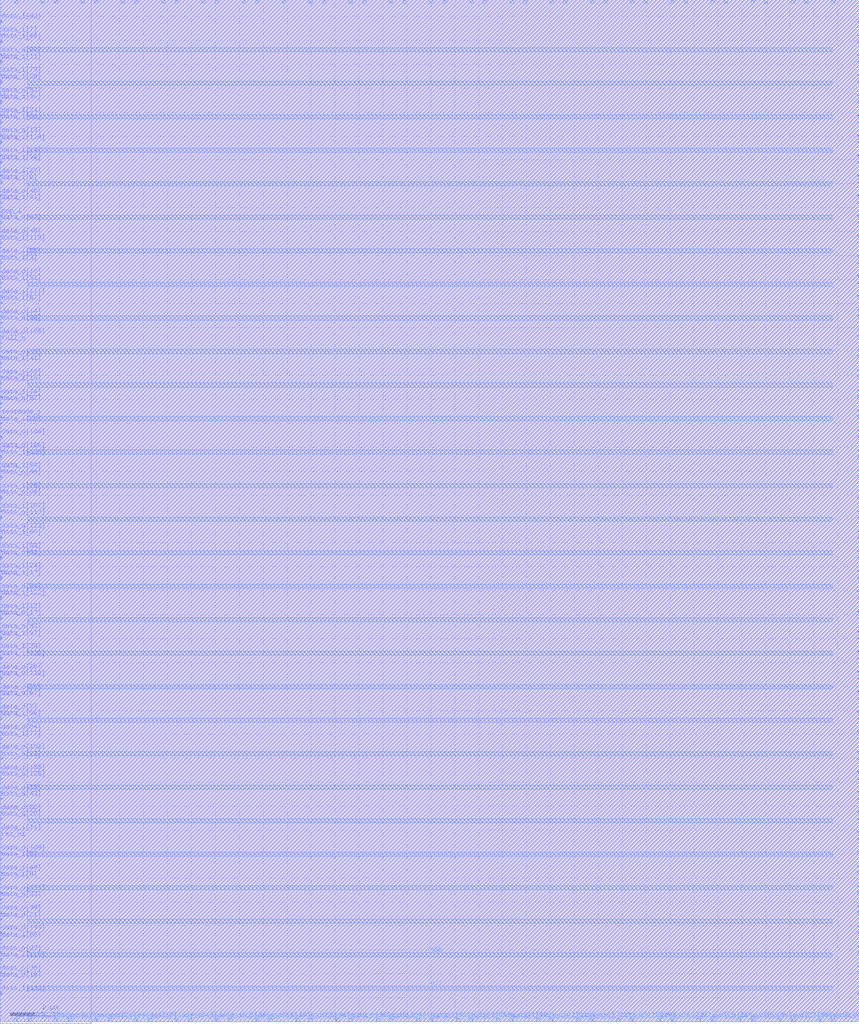
<source format=lef>
VERSION 5.8 ;
BUSBITCHARS "[]" ;
DIVIDERCHAR "/" ;
UNITS
    DATABASE MICRONS 2000 ;
END UNITS

MACRO fifo_v3_1
  FOREIGN fifo_v3_1 0 0 ;
  CLASS BLOCK ;
  SIZE 35.905 BY 42.685 ;
  PIN VSS
    USE GROUND ;
    DIRECTION INOUT ;
    PORT
      LAYER metal4 ;
        RECT  1.14 40.515 34.77 40.685 ;
        RECT  1.14 37.715 34.77 37.885 ;
        RECT  1.14 34.915 34.77 35.085 ;
        RECT  1.14 32.115 34.77 32.285 ;
        RECT  1.14 29.315 34.77 29.485 ;
        RECT  1.14 26.515 34.77 26.685 ;
        RECT  1.14 23.715 34.77 23.885 ;
        RECT  1.14 20.915 34.77 21.085 ;
        RECT  1.14 18.115 34.77 18.285 ;
        RECT  1.14 15.315 34.77 15.485 ;
        RECT  1.14 12.515 34.77 12.685 ;
        RECT  1.14 9.715 34.77 9.885 ;
        RECT  1.14 6.915 34.77 7.085 ;
        RECT  1.14 4.115 34.77 4.285 ;
        RECT  1.14 1.315 34.77 1.485 ;
    END
  END VSS
  PIN VDD
    USE POWER ;
    DIRECTION INOUT ;
    PORT
      LAYER metal4 ;
        RECT  1.14 39.115 34.77 39.285 ;
        RECT  1.14 36.315 34.77 36.485 ;
        RECT  1.14 33.515 34.77 33.685 ;
        RECT  1.14 30.715 34.77 30.885 ;
        RECT  1.14 27.915 34.77 28.085 ;
        RECT  1.14 25.115 34.77 25.285 ;
        RECT  1.14 22.315 34.77 22.485 ;
        RECT  1.14 19.515 34.77 19.685 ;
        RECT  1.14 16.715 34.77 16.885 ;
        RECT  1.14 13.915 34.77 14.085 ;
        RECT  1.14 11.115 34.77 11.285 ;
        RECT  1.14 8.315 34.77 8.485 ;
        RECT  1.14 5.515 34.77 5.685 ;
        RECT  1.14 2.715 34.77 2.885 ;
    END
  END VDD
  PIN clk_i
    DIRECTION INPUT ;
    USE SIGNAL ;
    PORT
      LAYER metal4 ;
        RECT  5.065 42.545 5.205 42.685 ;
    END
  END clk_i
  PIN data_i[0]
    DIRECTION INPUT ;
    USE SIGNAL ;
    PORT
      LAYER metal3 ;
        RECT  0 35.035 0.07 35.105 ;
    END
  END data_i[0]
  PIN data_i[100]
    DIRECTION INPUT ;
    USE SIGNAL ;
    PORT
      LAYER metal3 ;
        RECT  35.835 21.315 35.905 21.385 ;
    END
  END data_i[100]
  PIN data_i[101]
    DIRECTION INPUT ;
    USE SIGNAL ;
    PORT
      LAYER metal4 ;
        RECT  0.585 42.545 0.725 42.685 ;
    END
  END data_i[101]
  PIN data_i[102]
    DIRECTION INPUT ;
    USE SIGNAL ;
    PORT
      LAYER metal3 ;
        RECT  35.835 6.475 35.905 6.545 ;
    END
  END data_i[102]
  PIN data_i[103]
    DIRECTION INPUT ;
    USE SIGNAL ;
    PORT
      LAYER metal3 ;
        RECT  35.835 15.995 35.905 16.065 ;
    END
  END data_i[103]
  PIN data_i[104]
    DIRECTION INPUT ;
    USE SIGNAL ;
    PORT
      LAYER metal3 ;
        RECT  35.835 8.715 35.905 8.785 ;
    END
  END data_i[104]
  PIN data_i[105]
    DIRECTION INPUT ;
    USE SIGNAL ;
    PORT
      LAYER metal3 ;
        RECT  35.835 28.875 35.905 28.945 ;
    END
  END data_i[105]
  PIN data_i[106]
    DIRECTION INPUT ;
    USE SIGNAL ;
    PORT
      LAYER metal4 ;
        RECT  33.065 42.545 33.205 42.685 ;
    END
  END data_i[106]
  PIN data_i[107]
    DIRECTION INPUT ;
    USE SIGNAL ;
    PORT
      LAYER metal3 ;
        RECT  0 21.315 0.07 21.385 ;
    END
  END data_i[107]
  PIN data_i[108]
    DIRECTION INPUT ;
    USE SIGNAL ;
    PORT
      LAYER metal3 ;
        RECT  35.835 10.395 35.905 10.465 ;
    END
  END data_i[108]
  PIN data_i[109]
    DIRECTION INPUT ;
    USE SIGNAL ;
    PORT
      LAYER metal3 ;
        RECT  35.835 5.355 35.905 5.425 ;
    END
  END data_i[109]
  PIN data_i[10]
    DIRECTION INPUT ;
    USE SIGNAL ;
    PORT
      LAYER metal3 ;
        RECT  0 26.635 0.07 26.705 ;
    END
  END data_i[10]
  PIN data_i[110]
    DIRECTION INPUT ;
    USE SIGNAL ;
    PORT
      LAYER metal3 ;
        RECT  0 2.555 0.07 2.625 ;
    END
  END data_i[110]
  PIN data_i[111]
    DIRECTION INPUT ;
    USE SIGNAL ;
    PORT
      LAYER metal3 ;
        RECT  0 30.275 0.07 30.345 ;
    END
  END data_i[111]
  PIN data_i[112]
    DIRECTION INPUT ;
    USE SIGNAL ;
    PORT
      LAYER metal4 ;
        RECT  17.945 42.545 18.085 42.685 ;
    END
  END data_i[112]
  PIN data_i[113]
    DIRECTION INPUT ;
    USE SIGNAL ;
    PORT
      LAYER metal3 ;
        RECT  35.835 29.715 35.905 29.785 ;
    END
  END data_i[113]
  PIN data_i[114]
    DIRECTION INPUT ;
    USE SIGNAL ;
    PORT
      LAYER metal4 ;
        RECT  22.985 0 23.125 0.14 ;
    END
  END data_i[114]
  PIN data_i[115]
    DIRECTION INPUT ;
    USE SIGNAL ;
    PORT
      LAYER metal3 ;
        RECT  35.835 34.195 35.905 34.265 ;
    END
  END data_i[115]
  PIN data_i[116]
    DIRECTION INPUT ;
    USE SIGNAL ;
    PORT
      LAYER metal4 ;
        RECT  25.785 0 25.925 0.14 ;
    END
  END data_i[116]
  PIN data_i[117]
    DIRECTION INPUT ;
    USE SIGNAL ;
    PORT
      LAYER metal3 ;
        RECT  35.835 37.835 35.905 37.905 ;
    END
  END data_i[117]
  PIN data_i[118]
    DIRECTION INPUT ;
    USE SIGNAL ;
    PORT
      LAYER metal4 ;
        RECT  10.105 42.545 10.245 42.685 ;
    END
  END data_i[118]
  PIN data_i[119]
    DIRECTION INPUT ;
    USE SIGNAL ;
    PORT
      LAYER metal3 ;
        RECT  0 32.515 0.07 32.585 ;
    END
  END data_i[119]
  PIN data_i[11]
    DIRECTION INPUT ;
    USE SIGNAL ;
    PORT
      LAYER metal3 ;
        RECT  0 40.075 0.07 40.145 ;
    END
  END data_i[11]
  PIN data_i[120]
    DIRECTION INPUT ;
    USE SIGNAL ;
    PORT
      LAYER metal3 ;
        RECT  0 15.155 0.07 15.225 ;
    END
  END data_i[120]
  PIN data_i[121]
    DIRECTION INPUT ;
    USE SIGNAL ;
    PORT
      LAYER metal3 ;
        RECT  35.835 39.235 35.905 39.305 ;
    END
  END data_i[121]
  PIN data_i[122]
    DIRECTION INPUT ;
    USE SIGNAL ;
    PORT
      LAYER metal3 ;
        RECT  0 17.675 0.07 17.745 ;
    END
  END data_i[122]
  PIN data_i[123]
    DIRECTION INPUT ;
    USE SIGNAL ;
    PORT
      LAYER metal4 ;
        RECT  15.705 0 15.845 0.14 ;
    END
  END data_i[123]
  PIN data_i[124]
    DIRECTION INPUT ;
    USE SIGNAL ;
    PORT
      LAYER metal3 ;
        RECT  0 36.715 0.07 36.785 ;
    END
  END data_i[124]
  PIN data_i[125]
    DIRECTION INPUT ;
    USE SIGNAL ;
    PORT
      LAYER metal3 ;
        RECT  35.835 19.635 35.905 19.705 ;
    END
  END data_i[125]
  PIN data_i[126]
    DIRECTION INPUT ;
    USE SIGNAL ;
    PORT
      LAYER metal3 ;
        RECT  0 23.555 0.07 23.625 ;
    END
  END data_i[126]
  PIN data_i[127]
    DIRECTION INPUT ;
    USE SIGNAL ;
    PORT
      LAYER metal3 ;
        RECT  35.835 31.955 35.905 32.025 ;
    END
  END data_i[127]
  PIN data_i[128]
    DIRECTION INPUT ;
    USE SIGNAL ;
    PORT
      LAYER metal3 ;
        RECT  35.835 30.275 35.905 30.345 ;
    END
  END data_i[128]
  PIN data_i[129]
    DIRECTION INPUT ;
    USE SIGNAL ;
    PORT
      LAYER metal3 ;
        RECT  35.835 24.395 35.905 24.465 ;
    END
  END data_i[129]
  PIN data_i[12]
    DIRECTION INPUT ;
    USE SIGNAL ;
    PORT
      LAYER metal3 ;
        RECT  0 17.115 0.07 17.185 ;
    END
  END data_i[12]
  PIN data_i[130]
    DIRECTION INPUT ;
    USE SIGNAL ;
    PORT
      LAYER metal3 ;
        RECT  35.835 41.755 35.905 41.825 ;
    END
  END data_i[130]
  PIN data_i[131]
    DIRECTION INPUT ;
    USE SIGNAL ;
    PORT
      LAYER metal4 ;
        RECT  24.665 0 24.805 0.14 ;
    END
  END data_i[131]
  PIN data_i[132]
    DIRECTION INPUT ;
    USE SIGNAL ;
    PORT
      LAYER metal3 ;
        RECT  0 1.155 0.07 1.225 ;
    END
  END data_i[132]
  PIN data_i[133]
    DIRECTION INPUT ;
    USE SIGNAL ;
    PORT
      LAYER metal3 ;
        RECT  0 10.395 0.07 10.465 ;
    END
  END data_i[133]
  PIN data_i[13]
    DIRECTION INPUT ;
    USE SIGNAL ;
    PORT
      LAYER metal3 ;
        RECT  35.835 14.315 35.905 14.385 ;
    END
  END data_i[13]
  PIN data_i[14]
    DIRECTION INPUT ;
    USE SIGNAL ;
    PORT
      LAYER metal3 ;
        RECT  0 36.155 0.07 36.225 ;
    END
  END data_i[14]
  PIN data_i[15]
    DIRECTION INPUT ;
    USE SIGNAL ;
    PORT
      LAYER metal4 ;
        RECT  14.585 0 14.725 0.14 ;
    END
  END data_i[15]
  PIN data_i[16]
    DIRECTION INPUT ;
    USE SIGNAL ;
    PORT
      LAYER metal4 ;
        RECT  12.905 42.545 13.045 42.685 ;
    END
  END data_i[16]
  PIN data_i[17]
    DIRECTION INPUT ;
    USE SIGNAL ;
    PORT
      LAYER metal3 ;
        RECT  0 18.515 0.07 18.585 ;
    END
  END data_i[17]
  PIN data_i[18]
    DIRECTION INPUT ;
    USE SIGNAL ;
    PORT
      LAYER metal4 ;
        RECT  23.545 42.545 23.685 42.685 ;
    END
  END data_i[18]
  PIN data_i[19]
    DIRECTION INPUT ;
    USE SIGNAL ;
    PORT
      LAYER metal4 ;
        RECT  21.305 42.545 21.445 42.685 ;
    END
  END data_i[19]
  PIN data_i[1]
    DIRECTION INPUT ;
    USE SIGNAL ;
    PORT
      LAYER metal4 ;
        RECT  31.945 42.545 32.085 42.685 ;
    END
  END data_i[1]
  PIN data_i[20]
    DIRECTION INPUT ;
    USE SIGNAL ;
    PORT
      LAYER metal4 ;
        RECT  2.265 42.545 2.405 42.685 ;
    END
  END data_i[20]
  PIN data_i[21]
    DIRECTION INPUT ;
    USE SIGNAL ;
    PORT
      LAYER metal4 ;
        RECT  6.745 42.545 6.885 42.685 ;
    END
  END data_i[21]
  PIN data_i[22]
    DIRECTION INPUT ;
    USE SIGNAL ;
    PORT
      LAYER metal4 ;
        RECT  13.465 42.545 13.605 42.685 ;
    END
  END data_i[22]
  PIN data_i[23]
    DIRECTION INPUT ;
    USE SIGNAL ;
    PORT
      LAYER metal4 ;
        RECT  3.945 42.545 4.085 42.685 ;
    END
  END data_i[23]
  PIN data_i[24]
    DIRECTION INPUT ;
    USE SIGNAL ;
    PORT
      LAYER metal3 ;
        RECT  0 18.795 0.07 18.865 ;
    END
  END data_i[24]
  PIN data_i[25]
    DIRECTION INPUT ;
    USE SIGNAL ;
    PORT
      LAYER metal3 ;
        RECT  35.835 3.955 35.905 4.025 ;
    END
  END data_i[25]
  PIN data_i[26]
    DIRECTION INPUT ;
    USE SIGNAL ;
    PORT
      LAYER metal3 ;
        RECT  0 39.235 0.07 39.305 ;
    END
  END data_i[26]
  PIN data_i[27]
    DIRECTION INPUT ;
    USE SIGNAL ;
    PORT
      LAYER metal3 ;
        RECT  0 35.315 0.07 35.385 ;
    END
  END data_i[27]
  PIN data_i[28]
    DIRECTION INPUT ;
    USE SIGNAL ;
    PORT
      LAYER metal4 ;
        RECT  32.505 0 32.645 0.14 ;
    END
  END data_i[28]
  PIN data_i[29]
    DIRECTION INPUT ;
    USE SIGNAL ;
    PORT
      LAYER metal3 ;
        RECT  0 15.435 0.07 15.505 ;
    END
  END data_i[29]
  PIN data_i[2]
    DIRECTION INPUT ;
    USE SIGNAL ;
    PORT
      LAYER metal3 ;
        RECT  35.835 10.115 35.905 10.185 ;
    END
  END data_i[2]
  PIN data_i[30]
    DIRECTION INPUT ;
    USE SIGNAL ;
    PORT
      LAYER metal4 ;
        RECT  3.945 0 4.085 0.14 ;
    END
  END data_i[30]
  PIN data_i[31]
    DIRECTION INPUT ;
    USE SIGNAL ;
    PORT
      LAYER metal3 ;
        RECT  35.835 36.155 35.905 36.225 ;
    END
  END data_i[31]
  PIN data_i[32]
    DIRECTION INPUT ;
    USE SIGNAL ;
    PORT
      LAYER metal3 ;
        RECT  35.835 33.355 35.905 33.425 ;
    END
  END data_i[32]
  PIN data_i[33]
    DIRECTION INPUT ;
    USE SIGNAL ;
    PORT
      LAYER metal4 ;
        RECT  10.665 0 10.805 0.14 ;
    END
  END data_i[33]
  PIN data_i[34]
    DIRECTION INPUT ;
    USE SIGNAL ;
    PORT
      LAYER metal3 ;
        RECT  0 37.835 0.07 37.905 ;
    END
  END data_i[34]
  PIN data_i[35]
    DIRECTION INPUT ;
    USE SIGNAL ;
    PORT
      LAYER metal3 ;
        RECT  0 24.955 0.07 25.025 ;
    END
  END data_i[35]
  PIN data_i[36]
    DIRECTION INPUT ;
    USE SIGNAL ;
    PORT
      LAYER metal3 ;
        RECT  35.835 40.075 35.905 40.145 ;
    END
  END data_i[36]
  PIN data_i[37]
    DIRECTION INPUT ;
    USE SIGNAL ;
    PORT
      LAYER metal4 ;
        RECT  8.985 42.545 9.125 42.685 ;
    END
  END data_i[37]
  PIN data_i[38]
    DIRECTION INPUT ;
    USE SIGNAL ;
    PORT
      LAYER metal4 ;
        RECT  14.025 0 14.165 0.14 ;
    END
  END data_i[38]
  PIN data_i[39]
    DIRECTION INPUT ;
    USE SIGNAL ;
    PORT
      LAYER metal3 ;
        RECT  35.835 17.675 35.905 17.745 ;
    END
  END data_i[39]
  PIN data_i[3]
    DIRECTION INPUT ;
    USE SIGNAL ;
    PORT
      LAYER metal3 ;
        RECT  0 31.675 0.07 31.745 ;
    END
  END data_i[3]
  PIN data_i[40]
    DIRECTION INPUT ;
    USE SIGNAL ;
    PORT
      LAYER metal3 ;
        RECT  0 38.395 0.07 38.465 ;
    END
  END data_i[40]
  PIN data_i[41]
    DIRECTION INPUT ;
    USE SIGNAL ;
    PORT
      LAYER metal3 ;
        RECT  0 27.475 0.07 27.545 ;
    END
  END data_i[41]
  PIN data_i[42]
    DIRECTION INPUT ;
    USE SIGNAL ;
    PORT
      LAYER metal3 ;
        RECT  35.835 29.435 35.905 29.505 ;
    END
  END data_i[42]
  PIN data_i[43]
    DIRECTION INPUT ;
    USE SIGNAL ;
    PORT
      LAYER metal3 ;
        RECT  0 34.195 0.07 34.265 ;
    END
  END data_i[43]
  PIN data_i[44]
    DIRECTION INPUT ;
    USE SIGNAL ;
    PORT
      LAYER metal3 ;
        RECT  0 40.915 0.07 40.985 ;
    END
  END data_i[44]
  PIN data_i[45]
    DIRECTION INPUT ;
    USE SIGNAL ;
    PORT
      LAYER metal3 ;
        RECT  35.835 3.115 35.905 3.185 ;
    END
  END data_i[45]
  PIN data_i[46]
    DIRECTION INPUT ;
    USE SIGNAL ;
    PORT
      LAYER metal3 ;
        RECT  35.835 20.475 35.905 20.545 ;
    END
  END data_i[46]
  PIN data_i[47]
    DIRECTION INPUT ;
    USE SIGNAL ;
    PORT
      LAYER metal3 ;
        RECT  35.835 17.115 35.905 17.185 ;
    END
  END data_i[47]
  PIN data_i[48]
    DIRECTION INPUT ;
    USE SIGNAL ;
    PORT
      LAYER metal3 ;
        RECT  0 6.195 0.07 6.265 ;
    END
  END data_i[48]
  PIN data_i[49]
    DIRECTION INPUT ;
    USE SIGNAL ;
    PORT
      LAYER metal4 ;
        RECT  7.305 0 7.445 0.14 ;
    END
  END data_i[49]
  PIN data_i[4]
    DIRECTION INPUT ;
    USE SIGNAL ;
    PORT
      LAYER metal3 ;
        RECT  35.835 17.955 35.905 18.025 ;
    END
  END data_i[4]
  PIN data_i[50]
    DIRECTION INPUT ;
    USE SIGNAL ;
    PORT
      LAYER metal3 ;
        RECT  0 20.195 0.07 20.265 ;
    END
  END data_i[50]
  PIN data_i[51]
    DIRECTION INPUT ;
    USE SIGNAL ;
    PORT
      LAYER metal3 ;
        RECT  0 30.835 0.07 30.905 ;
    END
  END data_i[51]
  PIN data_i[52]
    DIRECTION INPUT ;
    USE SIGNAL ;
    PORT
      LAYER metal4 ;
        RECT  29.705 0 29.845 0.14 ;
    END
  END data_i[52]
  PIN data_i[53]
    DIRECTION INPUT ;
    USE SIGNAL ;
    PORT
      LAYER metal3 ;
        RECT  35.835 8.435 35.905 8.505 ;
    END
  END data_i[53]
  PIN data_i[54]
    DIRECTION INPUT ;
    USE SIGNAL ;
    PORT
      LAYER metal3 ;
        RECT  0 22.995 0.07 23.065 ;
    END
  END data_i[54]
  PIN data_i[55]
    DIRECTION INPUT ;
    USE SIGNAL ;
    PORT
      LAYER metal3 ;
        RECT  0 31.955 0.07 32.025 ;
    END
  END data_i[55]
  PIN data_i[56]
    DIRECTION INPUT ;
    USE SIGNAL ;
    PORT
      LAYER metal4 ;
        RECT  31.385 42.545 31.525 42.685 ;
    END
  END data_i[56]
  PIN data_i[57]
    DIRECTION INPUT ;
    USE SIGNAL ;
    PORT
      LAYER metal4 ;
        RECT  19.065 0 19.205 0.14 ;
    END
  END data_i[57]
  PIN data_i[58]
    DIRECTION INPUT ;
    USE SIGNAL ;
    PORT
      LAYER metal3 ;
        RECT  0 19.635 0.07 19.705 ;
    END
  END data_i[58]
  PIN data_i[59]
    DIRECTION INPUT ;
    USE SIGNAL ;
    PORT
      LAYER metal4 ;
        RECT  17.945 0 18.085 0.14 ;
    END
  END data_i[59]
  PIN data_i[5]
    DIRECTION INPUT ;
    USE SIGNAL ;
    PORT
      LAYER metal3 ;
        RECT  0 6.755 0.07 6.825 ;
    END
  END data_i[5]
  PIN data_i[60]
    DIRECTION INPUT ;
    USE SIGNAL ;
    PORT
      LAYER metal3 ;
        RECT  35.835 11.235 35.905 11.305 ;
    END
  END data_i[60]
  PIN data_i[61]
    DIRECTION INPUT ;
    USE SIGNAL ;
    PORT
      LAYER metal3 ;
        RECT  35.835 40.915 35.905 40.985 ;
    END
  END data_i[61]
  PIN data_i[62]
    DIRECTION INPUT ;
    USE SIGNAL ;
    PORT
      LAYER metal3 ;
        RECT  0 26.915 0.07 26.985 ;
    END
  END data_i[62]
  PIN data_i[63]
    DIRECTION INPUT ;
    USE SIGNAL ;
    PORT
      LAYER metal4 ;
        RECT  3.385 42.545 3.525 42.685 ;
    END
  END data_i[63]
  PIN data_i[64]
    DIRECTION INPUT ;
    USE SIGNAL ;
    PORT
      LAYER metal4 ;
        RECT  14.585 42.545 14.725 42.685 ;
    END
  END data_i[64]
  PIN data_i[65]
    DIRECTION INPUT ;
    USE SIGNAL ;
    PORT
      LAYER metal4 ;
        RECT  9.545 0 9.685 0.14 ;
    END
  END data_i[65]
  PIN data_i[66]
    DIRECTION INPUT ;
    USE SIGNAL ;
    PORT
      LAYER metal3 ;
        RECT  35.835 30.835 35.905 30.905 ;
    END
  END data_i[66]
  PIN data_i[67]
    DIRECTION INPUT ;
    USE SIGNAL ;
    PORT
      LAYER metal3 ;
        RECT  0 29.995 0.07 30.065 ;
    END
  END data_i[67]
  PIN data_i[68]
    DIRECTION INPUT ;
    USE SIGNAL ;
    PORT
      LAYER metal3 ;
        RECT  35.835 7.035 35.905 7.105 ;
    END
  END data_i[68]
  PIN data_i[69]
    DIRECTION INPUT ;
    USE SIGNAL ;
    PORT
      LAYER metal4 ;
        RECT  28.025 42.545 28.165 42.685 ;
    END
  END data_i[69]
  PIN data_i[6]
    DIRECTION INPUT ;
    USE SIGNAL ;
    PORT
      LAYER metal4 ;
        RECT  24.105 0 24.245 0.14 ;
    END
  END data_i[6]
  PIN data_i[70]
    DIRECTION INPUT ;
    USE SIGNAL ;
    PORT
      LAYER metal3 ;
        RECT  35.835 10.955 35.905 11.025 ;
    END
  END data_i[70]
  PIN data_i[71]
    DIRECTION INPUT ;
    USE SIGNAL ;
    PORT
      LAYER metal3 ;
        RECT  0 7.875 0.07 7.945 ;
    END
  END data_i[71]
  PIN data_i[72]
    DIRECTION INPUT ;
    USE SIGNAL ;
    PORT
      LAYER metal3 ;
        RECT  35.835 15.435 35.905 15.505 ;
    END
  END data_i[72]
  PIN data_i[73]
    DIRECTION INPUT ;
    USE SIGNAL ;
    PORT
      LAYER metal3 ;
        RECT  35.835 12.915 35.905 12.985 ;
    END
  END data_i[73]
  PIN data_i[74]
    DIRECTION INPUT ;
    USE SIGNAL ;
    PORT
      LAYER metal3 ;
        RECT  0 26.075 0.07 26.145 ;
    END
  END data_i[74]
  PIN data_i[75]
    DIRECTION INPUT ;
    USE SIGNAL ;
    PORT
      LAYER metal3 ;
        RECT  35.835 13.755 35.905 13.825 ;
    END
  END data_i[75]
  PIN data_i[76]
    DIRECTION INPUT ;
    USE SIGNAL ;
    PORT
      LAYER metal3 ;
        RECT  0 22.155 0.07 22.225 ;
    END
  END data_i[76]
  PIN data_i[77]
    DIRECTION INPUT ;
    USE SIGNAL ;
    PORT
      LAYER metal3 ;
        RECT  0 11.795 0.07 11.865 ;
    END
  END data_i[77]
  PIN data_i[78]
    DIRECTION INPUT ;
    USE SIGNAL ;
    PORT
      LAYER metal4 ;
        RECT  16.825 42.545 16.965 42.685 ;
    END
  END data_i[78]
  PIN data_i[79]
    DIRECTION INPUT ;
    USE SIGNAL ;
    PORT
      LAYER metal3 ;
        RECT  0 39.515 0.07 39.585 ;
    END
  END data_i[79]
  PIN data_i[7]
    DIRECTION INPUT ;
    USE SIGNAL ;
    PORT
      LAYER metal3 ;
        RECT  0 41.195 0.07 41.265 ;
    END
  END data_i[7]
  PIN data_i[80]
    DIRECTION INPUT ;
    USE SIGNAL ;
    PORT
      LAYER metal4 ;
        RECT  18.505 42.545 18.645 42.685 ;
    END
  END data_i[80]
  PIN data_i[81]
    DIRECTION INPUT ;
    USE SIGNAL ;
    PORT
      LAYER metal3 ;
        RECT  35.835 13.475 35.905 13.545 ;
    END
  END data_i[81]
  PIN data_i[82]
    DIRECTION INPUT ;
    USE SIGNAL ;
    PORT
      LAYER metal3 ;
        RECT  0 41.755 0.07 41.825 ;
    END
  END data_i[82]
  PIN data_i[83]
    DIRECTION INPUT ;
    USE SIGNAL ;
    PORT
      LAYER metal3 ;
        RECT  35.835 25.515 35.905 25.585 ;
    END
  END data_i[83]
  PIN data_i[84]
    DIRECTION INPUT ;
    USE SIGNAL ;
    PORT
      LAYER metal3 ;
        RECT  35.835 28.595 35.905 28.665 ;
    END
  END data_i[84]
  PIN data_i[85]
    DIRECTION INPUT ;
    USE SIGNAL ;
    PORT
      LAYER metal3 ;
        RECT  0 3.395 0.07 3.465 ;
    END
  END data_i[85]
  PIN data_i[86]
    DIRECTION INPUT ;
    USE SIGNAL ;
    PORT
      LAYER metal3 ;
        RECT  0 37.555 0.07 37.625 ;
    END
  END data_i[86]
  PIN data_i[87]
    DIRECTION INPUT ;
    USE SIGNAL ;
    PORT
      LAYER metal3 ;
        RECT  35.835 1.435 35.905 1.505 ;
    END
  END data_i[87]
  PIN data_i[88]
    DIRECTION INPUT ;
    USE SIGNAL ;
    PORT
      LAYER metal3 ;
        RECT  35.835 31.115 35.905 31.185 ;
    END
  END data_i[88]
  PIN data_i[89]
    DIRECTION INPUT ;
    USE SIGNAL ;
    PORT
      LAYER metal4 ;
        RECT  7.865 0 8.005 0.14 ;
    END
  END data_i[89]
  PIN data_i[8]
    DIRECTION INPUT ;
    USE SIGNAL ;
    PORT
      LAYER metal3 ;
        RECT  35.835 15.155 35.905 15.225 ;
    END
  END data_i[8]
  PIN data_i[90]
    DIRECTION INPUT ;
    USE SIGNAL ;
    PORT
      LAYER metal3 ;
        RECT  0 35.875 0.07 35.945 ;
    END
  END data_i[90]
  PIN data_i[91]
    DIRECTION INPUT ;
    USE SIGNAL ;
    PORT
      LAYER metal3 ;
        RECT  35.835 25.235 35.905 25.305 ;
    END
  END data_i[91]
  PIN data_i[92]
    DIRECTION INPUT ;
    USE SIGNAL ;
    PORT
      LAYER metal3 ;
        RECT  35.835 22.155 35.905 22.225 ;
    END
  END data_i[92]
  PIN data_i[93]
    DIRECTION INPUT ;
    USE SIGNAL ;
    PORT
      LAYER metal3 ;
        RECT  35.835 37.555 35.905 37.625 ;
    END
  END data_i[93]
  PIN data_i[94]
    DIRECTION INPUT ;
    USE SIGNAL ;
    PORT
      LAYER metal3 ;
        RECT  35.835 21.875 35.905 21.945 ;
    END
  END data_i[94]
  PIN data_i[95]
    DIRECTION INPUT ;
    USE SIGNAL ;
    PORT
      LAYER metal4 ;
        RECT  21.305 0 21.445 0.14 ;
    END
  END data_i[95]
  PIN data_i[96]
    DIRECTION INPUT ;
    USE SIGNAL ;
    PORT
      LAYER metal3 ;
        RECT  35.835 28.035 35.905 28.105 ;
    END
  END data_i[96]
  PIN data_i[97]
    DIRECTION INPUT ;
    USE SIGNAL ;
    PORT
      LAYER metal3 ;
        RECT  0 15.995 0.07 16.065 ;
    END
  END data_i[97]
  PIN data_i[98]
    DIRECTION INPUT ;
    USE SIGNAL ;
    PORT
      LAYER metal3 ;
        RECT  0 12.635 0.07 12.705 ;
    END
  END data_i[98]
  PIN data_i[99]
    DIRECTION INPUT ;
    USE SIGNAL ;
    PORT
      LAYER metal4 ;
        RECT  33.065 0 33.205 0.14 ;
    END
  END data_i[99]
  PIN data_i[9]
    DIRECTION INPUT ;
    USE SIGNAL ;
    PORT
      LAYER metal3 ;
        RECT  0 5.915 0.07 5.985 ;
    END
  END data_i[9]
  PIN data_o[0]
    DIRECTION OUTPUT ;
    USE SIGNAL ;
    PORT
      LAYER metal4 ;
        RECT  25.225 42.545 25.365 42.685 ;
    END
  END data_o[0]
  PIN data_o[100]
    DIRECTION OUTPUT ;
    USE SIGNAL ;
    PORT
      LAYER metal3 ;
        RECT  35.835 27.755 35.905 27.825 ;
    END
  END data_o[100]
  PIN data_o[101]
    DIRECTION OUTPUT ;
    USE SIGNAL ;
    PORT
      LAYER metal3 ;
        RECT  35.835 7.875 35.905 7.945 ;
    END
  END data_o[101]
  PIN data_o[102]
    DIRECTION OUTPUT ;
    USE SIGNAL ;
    PORT
      LAYER metal3 ;
        RECT  0 11.235 0.07 11.305 ;
    END
  END data_o[102]
  PIN data_o[103]
    DIRECTION OUTPUT ;
    USE SIGNAL ;
    PORT
      LAYER metal3 ;
        RECT  0 28.595 0.07 28.665 ;
    END
  END data_o[103]
  PIN data_o[104]
    DIRECTION OUTPUT ;
    USE SIGNAL ;
    PORT
      LAYER metal3 ;
        RECT  0 24.395 0.07 24.465 ;
    END
  END data_o[104]
  PIN data_o[105]
    DIRECTION OUTPUT ;
    USE SIGNAL ;
    PORT
      LAYER metal4 ;
        RECT  19.625 0 19.765 0.14 ;
    END
  END data_o[105]
  PIN data_o[106]
    DIRECTION OUTPUT ;
    USE SIGNAL ;
    PORT
      LAYER metal3 ;
        RECT  0 23.835 0.07 23.905 ;
    END
  END data_o[106]
  PIN data_o[107]
    DIRECTION OUTPUT ;
    USE SIGNAL ;
    PORT
      LAYER metal4 ;
        RECT  21.865 42.545 22.005 42.685 ;
    END
  END data_o[107]
  PIN data_o[108]
    DIRECTION OUTPUT ;
    USE SIGNAL ;
    PORT
      LAYER metal3 ;
        RECT  0 7.035 0.07 7.105 ;
    END
  END data_o[108]
  PIN data_o[109]
    DIRECTION OUTPUT ;
    USE SIGNAL ;
    PORT
      LAYER metal4 ;
        RECT  34.185 0 34.325 0.14 ;
    END
  END data_o[109]
  PIN data_o[10]
    DIRECTION OUTPUT ;
    USE SIGNAL ;
    PORT
      LAYER metal3 ;
        RECT  0 31.115 0.07 31.185 ;
    END
  END data_o[10]
  PIN data_o[110]
    DIRECTION OUTPUT ;
    USE SIGNAL ;
    PORT
      LAYER metal3 ;
        RECT  0 14.315 0.07 14.385 ;
    END
  END data_o[110]
  PIN data_o[111]
    DIRECTION OUTPUT ;
    USE SIGNAL ;
    PORT
      LAYER metal3 ;
        RECT  0 5.355 0.07 5.425 ;
    END
  END data_o[111]
  PIN data_o[112]
    DIRECTION OUTPUT ;
    USE SIGNAL ;
    PORT
      LAYER metal4 ;
        RECT  30.265 42.545 30.405 42.685 ;
    END
  END data_o[112]
  PIN data_o[113]
    DIRECTION OUTPUT ;
    USE SIGNAL ;
    PORT
      LAYER metal3 ;
        RECT  0 21.035 0.07 21.105 ;
    END
  END data_o[113]
  PIN data_o[114]
    DIRECTION OUTPUT ;
    USE SIGNAL ;
    PORT
      LAYER metal3 ;
        RECT  35.835 21.035 35.905 21.105 ;
    END
  END data_o[114]
  PIN data_o[115]
    DIRECTION OUTPUT ;
    USE SIGNAL ;
    PORT
      LAYER metal3 ;
        RECT  35.835 36.715 35.905 36.785 ;
    END
  END data_o[115]
  PIN data_o[116]
    DIRECTION OUTPUT ;
    USE SIGNAL ;
    PORT
      LAYER metal3 ;
        RECT  35.835 18.515 35.905 18.585 ;
    END
  END data_o[116]
  PIN data_o[117]
    DIRECTION OUTPUT ;
    USE SIGNAL ;
    PORT
      LAYER metal3 ;
        RECT  35.835 1.155 35.905 1.225 ;
    END
  END data_o[117]
  PIN data_o[118]
    DIRECTION OUTPUT ;
    USE SIGNAL ;
    PORT
      LAYER metal3 ;
        RECT  35.835 32.515 35.905 32.585 ;
    END
  END data_o[118]
  PIN data_o[119]
    DIRECTION OUTPUT ;
    USE SIGNAL ;
    PORT
      LAYER metal3 ;
        RECT  35.835 9.275 35.905 9.345 ;
    END
  END data_o[119]
  PIN data_o[11]
    DIRECTION OUTPUT ;
    USE SIGNAL ;
    PORT
      LAYER metal3 ;
        RECT  35.835 39.515 35.905 39.585 ;
    END
  END data_o[11]
  PIN data_o[120]
    DIRECTION OUTPUT ;
    USE SIGNAL ;
    PORT
      LAYER metal3 ;
        RECT  35.835 4.795 35.905 4.865 ;
    END
  END data_o[120]
  PIN data_o[121]
    DIRECTION OUTPUT ;
    USE SIGNAL ;
    PORT
      LAYER metal4 ;
        RECT  11.785 42.545 11.925 42.685 ;
    END
  END data_o[121]
  PIN data_o[122]
    DIRECTION OUTPUT ;
    USE SIGNAL ;
    PORT
      LAYER metal4 ;
        RECT  6.185 0 6.325 0.14 ;
    END
  END data_o[122]
  PIN data_o[123]
    DIRECTION OUTPUT ;
    USE SIGNAL ;
    PORT
      LAYER metal3 ;
        RECT  0 20.475 0.07 20.545 ;
    END
  END data_o[123]
  PIN data_o[124]
    DIRECTION OUTPUT ;
    USE SIGNAL ;
    PORT
      LAYER metal4 ;
        RECT  26.345 0 26.485 0.14 ;
    END
  END data_o[124]
  PIN data_o[125]
    DIRECTION OUTPUT ;
    USE SIGNAL ;
    PORT
      LAYER metal3 ;
        RECT  35.835 22.715 35.905 22.785 ;
    END
  END data_o[125]
  PIN data_o[126]
    DIRECTION OUTPUT ;
    USE SIGNAL ;
    PORT
      LAYER metal3 ;
        RECT  0 10.115 0.07 10.185 ;
    END
  END data_o[126]
  PIN data_o[127]
    DIRECTION OUTPUT ;
    USE SIGNAL ;
    PORT
      LAYER metal3 ;
        RECT  35.835 6.195 35.905 6.265 ;
    END
  END data_o[127]
  PIN data_o[128]
    DIRECTION OUTPUT ;
    USE SIGNAL ;
    PORT
      LAYER metal4 ;
        RECT  8.425 42.545 8.565 42.685 ;
    END
  END data_o[128]
  PIN data_o[129]
    DIRECTION OUTPUT ;
    USE SIGNAL ;
    PORT
      LAYER metal3 ;
        RECT  35.835 35.035 35.905 35.105 ;
    END
  END data_o[129]
  PIN data_o[12]
    DIRECTION OUTPUT ;
    USE SIGNAL ;
    PORT
      LAYER metal3 ;
        RECT  35.835 26.075 35.905 26.145 ;
    END
  END data_o[12]
  PIN data_o[130]
    DIRECTION OUTPUT ;
    USE SIGNAL ;
    PORT
      LAYER metal4 ;
        RECT  19.625 42.545 19.765 42.685 ;
    END
  END data_o[130]
  PIN data_o[131]
    DIRECTION OUTPUT ;
    USE SIGNAL ;
    PORT
      LAYER metal4 ;
        RECT  22.985 42.545 23.125 42.685 ;
    END
  END data_o[131]
  PIN data_o[132]
    DIRECTION OUTPUT ;
    USE SIGNAL ;
    PORT
      LAYER metal3 ;
        RECT  35.835 11.795 35.905 11.865 ;
    END
  END data_o[132]
  PIN data_o[133]
    DIRECTION OUTPUT ;
    USE SIGNAL ;
    PORT
      LAYER metal3 ;
        RECT  0 3.675 0.07 3.745 ;
    END
  END data_o[133]
  PIN data_o[13]
    DIRECTION OUTPUT ;
    USE SIGNAL ;
    PORT
      LAYER metal3 ;
        RECT  0 10.955 0.07 11.025 ;
    END
  END data_o[13]
  PIN data_o[14]
    DIRECTION OUTPUT ;
    USE SIGNAL ;
    PORT
      LAYER metal3 ;
        RECT  0 29.435 0.07 29.505 ;
    END
  END data_o[14]
  PIN data_o[15]
    DIRECTION OUTPUT ;
    USE SIGNAL ;
    PORT
      LAYER metal4 ;
        RECT  26.905 42.545 27.045 42.685 ;
    END
  END data_o[15]
  PIN data_o[16]
    DIRECTION OUTPUT ;
    USE SIGNAL ;
    PORT
      LAYER metal4 ;
        RECT  7.305 42.545 7.445 42.685 ;
    END
  END data_o[16]
  PIN data_o[17]
    DIRECTION OUTPUT ;
    USE SIGNAL ;
    PORT
      LAYER metal3 ;
        RECT  0 16.835 0.07 16.905 ;
    END
  END data_o[17]
  PIN data_o[18]
    DIRECTION OUTPUT ;
    USE SIGNAL ;
    PORT
      LAYER metal3 ;
        RECT  0 36.995 0.07 37.065 ;
    END
  END data_o[18]
  PIN data_o[19]
    DIRECTION OUTPUT ;
    USE SIGNAL ;
    PORT
      LAYER metal3 ;
        RECT  0 1.715 0.07 1.785 ;
    END
  END data_o[19]
  PIN data_o[1]
    DIRECTION OUTPUT ;
    USE SIGNAL ;
    PORT
      LAYER metal3 ;
        RECT  35.835 24.675 35.905 24.745 ;
    END
  END data_o[1]
  PIN data_o[20]
    DIRECTION OUTPUT ;
    USE SIGNAL ;
    PORT
      LAYER metal3 ;
        RECT  0 8.435 0.07 8.505 ;
    END
  END data_o[20]
  PIN data_o[21]
    DIRECTION OUTPUT ;
    USE SIGNAL ;
    PORT
      LAYER metal3 ;
        RECT  35.835 23.555 35.905 23.625 ;
    END
  END data_o[21]
  PIN data_o[22]
    DIRECTION OUTPUT ;
    USE SIGNAL ;
    PORT
      LAYER metal3 ;
        RECT  35.835 16.275 35.905 16.345 ;
    END
  END data_o[22]
  PIN data_o[23]
    DIRECTION OUTPUT ;
    USE SIGNAL ;
    PORT
      LAYER metal3 ;
        RECT  35.835 7.595 35.905 7.665 ;
    END
  END data_o[23]
  PIN data_o[24]
    DIRECTION OUTPUT ;
    USE SIGNAL ;
    PORT
      LAYER metal4 ;
        RECT  33.625 42.545 33.765 42.685 ;
    END
  END data_o[24]
  PIN data_o[25]
    DIRECTION OUTPUT ;
    USE SIGNAL ;
    PORT
      LAYER metal3 ;
        RECT  35.835 35.315 35.905 35.385 ;
    END
  END data_o[25]
  PIN data_o[26]
    DIRECTION OUTPUT ;
    USE SIGNAL ;
    PORT
      LAYER metal4 ;
        RECT  29.145 0 29.285 0.14 ;
    END
  END data_o[26]
  PIN data_o[27]
    DIRECTION OUTPUT ;
    USE SIGNAL ;
    PORT
      LAYER metal3 ;
        RECT  0 2.835 0.07 2.905 ;
    END
  END data_o[27]
  PIN data_o[28]
    DIRECTION OUTPUT ;
    USE SIGNAL ;
    PORT
      LAYER metal3 ;
        RECT  0 14.595 0.07 14.665 ;
    END
  END data_o[28]
  PIN data_o[29]
    DIRECTION OUTPUT ;
    USE SIGNAL ;
    PORT
      LAYER metal4 ;
        RECT  5.625 42.545 5.765 42.685 ;
    END
  END data_o[29]
  PIN data_o[2]
    DIRECTION OUTPUT ;
    USE SIGNAL ;
    PORT
      LAYER metal4 ;
        RECT  28.025 0 28.165 0.14 ;
    END
  END data_o[2]
  PIN data_o[30]
    DIRECTION OUTPUT ;
    USE SIGNAL ;
    PORT
      LAYER metal4 ;
        RECT  5.625 0 5.765 0.14 ;
    END
  END data_o[30]
  PIN data_o[31]
    DIRECTION OUTPUT ;
    USE SIGNAL ;
    PORT
      LAYER metal3 ;
        RECT  0 4.235 0.07 4.305 ;
    END
  END data_o[31]
  PIN data_o[32]
    DIRECTION OUTPUT ;
    USE SIGNAL ;
    PORT
      LAYER metal3 ;
        RECT  0 27.755 0.07 27.825 ;
    END
  END data_o[32]
  PIN data_o[33]
    DIRECTION OUTPUT ;
    USE SIGNAL ;
    PORT
      LAYER metal3 ;
        RECT  0 5.075 0.07 5.145 ;
    END
  END data_o[33]
  PIN data_o[34]
    DIRECTION OUTPUT ;
    USE SIGNAL ;
    PORT
      LAYER metal4 ;
        RECT  20.745 0 20.885 0.14 ;
    END
  END data_o[34]
  PIN data_o[35]
    DIRECTION OUTPUT ;
    USE SIGNAL ;
    PORT
      LAYER metal3 ;
        RECT  35.835 40.355 35.905 40.425 ;
    END
  END data_o[35]
  PIN data_o[36]
    DIRECTION OUTPUT ;
    USE SIGNAL ;
    PORT
      LAYER metal3 ;
        RECT  0 1.995 0.07 2.065 ;
    END
  END data_o[36]
  PIN data_o[37]
    DIRECTION OUTPUT ;
    USE SIGNAL ;
    PORT
      LAYER metal3 ;
        RECT  35.835 3.675 35.905 3.745 ;
    END
  END data_o[37]
  PIN data_o[38]
    DIRECTION OUTPUT ;
    USE SIGNAL ;
    PORT
      LAYER metal3 ;
        RECT  35.835 41.195 35.905 41.265 ;
    END
  END data_o[38]
  PIN data_o[39]
    DIRECTION OUTPUT ;
    USE SIGNAL ;
    PORT
      LAYER metal3 ;
        RECT  35.835 2.835 35.905 2.905 ;
    END
  END data_o[39]
  PIN data_o[3]
    DIRECTION OUTPUT ;
    USE SIGNAL ;
    PORT
      LAYER metal4 ;
        RECT  16.265 0 16.405 0.14 ;
    END
  END data_o[3]
  PIN data_o[40]
    DIRECTION OUTPUT ;
    USE SIGNAL ;
    PORT
      LAYER metal4 ;
        RECT  2.825 0 2.965 0.14 ;
    END
  END data_o[40]
  PIN data_o[41]
    DIRECTION OUTPUT ;
    USE SIGNAL ;
    PORT
      LAYER metal3 ;
        RECT  35.835 9.555 35.905 9.625 ;
    END
  END data_o[41]
  PIN data_o[42]
    DIRECTION OUTPUT ;
    USE SIGNAL ;
    PORT
      LAYER metal3 ;
        RECT  35.835 16.835 35.905 16.905 ;
    END
  END data_o[42]
  PIN data_o[43]
    DIRECTION OUTPUT ;
    USE SIGNAL ;
    PORT
      LAYER metal3 ;
        RECT  0 9.275 0.07 9.345 ;
    END
  END data_o[43]
  PIN data_o[44]
    DIRECTION OUTPUT ;
    USE SIGNAL ;
    PORT
      LAYER metal3 ;
        RECT  35.835 32.795 35.905 32.865 ;
    END
  END data_o[44]
  PIN data_o[45]
    DIRECTION OUTPUT ;
    USE SIGNAL ;
    PORT
      LAYER metal3 ;
        RECT  0 32.795 0.07 32.865 ;
    END
  END data_o[45]
  PIN data_o[46]
    DIRECTION OUTPUT ;
    USE SIGNAL ;
    PORT
      LAYER metal3 ;
        RECT  0 34.475 0.07 34.545 ;
    END
  END data_o[46]
  PIN data_o[47]
    DIRECTION OUTPUT ;
    USE SIGNAL ;
    PORT
      LAYER metal3 ;
        RECT  0 33.355 0.07 33.425 ;
    END
  END data_o[47]
  PIN data_o[48]
    DIRECTION OUTPUT ;
    USE SIGNAL ;
    PORT
      LAYER metal4 ;
        RECT  2.265 0 2.405 0.14 ;
    END
  END data_o[48]
  PIN data_o[49]
    DIRECTION OUTPUT ;
    USE SIGNAL ;
    PORT
      LAYER metal4 ;
        RECT  11.225 0 11.365 0.14 ;
    END
  END data_o[49]
  PIN data_o[4]
    DIRECTION OUTPUT ;
    USE SIGNAL ;
    PORT
      LAYER metal3 ;
        RECT  35.835 23.835 35.905 23.905 ;
    END
  END data_o[4]
  PIN data_o[50]
    DIRECTION OUTPUT ;
    USE SIGNAL ;
    PORT
      LAYER metal4 ;
        RECT  30.825 0 30.965 0.14 ;
    END
  END data_o[50]
  PIN data_o[51]
    DIRECTION OUTPUT ;
    USE SIGNAL ;
    PORT
      LAYER metal4 ;
        RECT  28.585 42.545 28.725 42.685 ;
    END
  END data_o[51]
  PIN data_o[52]
    DIRECTION OUTPUT ;
    USE SIGNAL ;
    PORT
      LAYER metal3 ;
        RECT  35.835 38.675 35.905 38.745 ;
    END
  END data_o[52]
  PIN data_o[53]
    DIRECTION OUTPUT ;
    USE SIGNAL ;
    PORT
      LAYER metal3 ;
        RECT  0 38.675 0.07 38.745 ;
    END
  END data_o[53]
  PIN data_o[54]
    DIRECTION OUTPUT ;
    USE SIGNAL ;
    PORT
      LAYER metal3 ;
        RECT  0 19.355 0.07 19.425 ;
    END
  END data_o[54]
  PIN data_o[55]
    DIRECTION OUTPUT ;
    USE SIGNAL ;
    PORT
      LAYER metal3 ;
        RECT  35.835 26.355 35.905 26.425 ;
    END
  END data_o[55]
  PIN data_o[56]
    DIRECTION OUTPUT ;
    USE SIGNAL ;
    PORT
      LAYER metal3 ;
        RECT  35.835 38.395 35.905 38.465 ;
    END
  END data_o[56]
  PIN data_o[57]
    DIRECTION OUTPUT ;
    USE SIGNAL ;
    PORT
      LAYER metal3 ;
        RECT  0 25.795 0.07 25.865 ;
    END
  END data_o[57]
  PIN data_o[58]
    DIRECTION OUTPUT ;
    USE SIGNAL ;
    PORT
      LAYER metal3 ;
        RECT  35.835 31.675 35.905 31.745 ;
    END
  END data_o[58]
  PIN data_o[59]
    DIRECTION OUTPUT ;
    USE SIGNAL ;
    PORT
      LAYER metal3 ;
        RECT  35.835 19.355 35.905 19.425 ;
    END
  END data_o[59]
  PIN data_o[5]
    DIRECTION OUTPUT ;
    USE SIGNAL ;
    PORT
      LAYER metal3 ;
        RECT  35.835 1.995 35.905 2.065 ;
    END
  END data_o[5]
  PIN data_o[60]
    DIRECTION OUTPUT ;
    USE SIGNAL ;
    PORT
      LAYER metal4 ;
        RECT  34.745 42.545 34.885 42.685 ;
    END
  END data_o[60]
  PIN data_o[61]
    DIRECTION OUTPUT ;
    USE SIGNAL ;
    PORT
      LAYER metal4 ;
        RECT  1.705 42.545 1.845 42.685 ;
    END
  END data_o[61]
  PIN data_o[62]
    DIRECTION OUTPUT ;
    USE SIGNAL ;
    PORT
      LAYER metal4 ;
        RECT  17.385 0 17.525 0.14 ;
    END
  END data_o[62]
  PIN data_o[63]
    DIRECTION OUTPUT ;
    USE SIGNAL ;
    PORT
      LAYER metal3 ;
        RECT  0 16.275 0.07 16.345 ;
    END
  END data_o[63]
  PIN data_o[64]
    DIRECTION OUTPUT ;
    USE SIGNAL ;
    PORT
      LAYER metal3 ;
        RECT  0 12.075 0.07 12.145 ;
    END
  END data_o[64]
  PIN data_o[65]
    DIRECTION OUTPUT ;
    USE SIGNAL ;
    PORT
      LAYER metal3 ;
        RECT  35.835 18.795 35.905 18.865 ;
    END
  END data_o[65]
  PIN data_o[66]
    DIRECTION OUTPUT ;
    USE SIGNAL ;
    PORT
      LAYER metal3 ;
        RECT  0 22.715 0.07 22.785 ;
    END
  END data_o[66]
  PIN data_o[67]
    DIRECTION OUTPUT ;
    USE SIGNAL ;
    PORT
      LAYER metal3 ;
        RECT  35.835 12.075 35.905 12.145 ;
    END
  END data_o[67]
  PIN data_o[68]
    DIRECTION OUTPUT ;
    USE SIGNAL ;
    PORT
      LAYER metal4 ;
        RECT  8.985 0 9.125 0.14 ;
    END
  END data_o[68]
  PIN data_o[69]
    DIRECTION OUTPUT ;
    USE SIGNAL ;
    PORT
      LAYER metal4 ;
        RECT  27.465 0 27.605 0.14 ;
    END
  END data_o[69]
  PIN data_o[6]
    DIRECTION OUTPUT ;
    USE SIGNAL ;
    PORT
      LAYER metal3 ;
        RECT  35.835 22.995 35.905 23.065 ;
    END
  END data_o[6]
  PIN data_o[70]
    DIRECTION OUTPUT ;
    USE SIGNAL ;
    PORT
      LAYER metal4 ;
        RECT  29.705 42.545 29.845 42.685 ;
    END
  END data_o[70]
  PIN data_o[71]
    DIRECTION OUTPUT ;
    USE SIGNAL ;
    PORT
      LAYER metal3 ;
        RECT  35.835 35.875 35.905 35.945 ;
    END
  END data_o[71]
  PIN data_o[72]
    DIRECTION OUTPUT ;
    USE SIGNAL ;
    PORT
      LAYER metal3 ;
        RECT  35.835 12.635 35.905 12.705 ;
    END
  END data_o[72]
  PIN data_o[73]
    DIRECTION OUTPUT ;
    USE SIGNAL ;
    PORT
      LAYER metal3 ;
        RECT  0 9.555 0.07 9.625 ;
    END
  END data_o[73]
  PIN data_o[74]
    DIRECTION OUTPUT ;
    USE SIGNAL ;
    PORT
      LAYER metal3 ;
        RECT  35.835 27.195 35.905 27.265 ;
    END
  END data_o[74]
  PIN data_o[75]
    DIRECTION OUTPUT ;
    USE SIGNAL ;
    PORT
      LAYER metal4 ;
        RECT  1.145 0 1.285 0.14 ;
    END
  END data_o[75]
  PIN data_o[76]
    DIRECTION OUTPUT ;
    USE SIGNAL ;
    PORT
      LAYER metal3 ;
        RECT  35.835 36.995 35.905 37.065 ;
    END
  END data_o[76]
  PIN data_o[77]
    DIRECTION OUTPUT ;
    USE SIGNAL ;
    PORT
      LAYER metal4 ;
        RECT  26.345 42.545 26.485 42.685 ;
    END
  END data_o[77]
  PIN data_o[78]
    DIRECTION OUTPUT ;
    USE SIGNAL ;
    PORT
      LAYER metal3 ;
        RECT  35.835 14.595 35.905 14.665 ;
    END
  END data_o[78]
  PIN data_o[79]
    DIRECTION OUTPUT ;
    USE SIGNAL ;
    PORT
      LAYER metal4 ;
        RECT  24.665 42.545 24.805 42.685 ;
    END
  END data_o[79]
  PIN data_o[7]
    DIRECTION OUTPUT ;
    USE SIGNAL ;
    PORT
      LAYER metal3 ;
        RECT  0 12.915 0.07 12.985 ;
    END
  END data_o[7]
  PIN data_o[80]
    DIRECTION OUTPUT ;
    USE SIGNAL ;
    PORT
      LAYER metal3 ;
        RECT  0 13.755 0.07 13.825 ;
    END
  END data_o[80]
  PIN data_o[81]
    DIRECTION OUTPUT ;
    USE SIGNAL ;
    PORT
      LAYER metal3 ;
        RECT  35.835 2.275 35.905 2.345 ;
    END
  END data_o[81]
  PIN data_o[82]
    DIRECTION OUTPUT ;
    USE SIGNAL ;
    PORT
      LAYER metal4 ;
        RECT  0.585 0 0.725 0.14 ;
    END
  END data_o[82]
  PIN data_o[83]
    DIRECTION OUTPUT ;
    USE SIGNAL ;
    PORT
      LAYER metal3 ;
        RECT  35.835 5.635 35.905 5.705 ;
    END
  END data_o[83]
  PIN data_o[84]
    DIRECTION OUTPUT ;
    USE SIGNAL ;
    PORT
      LAYER metal3 ;
        RECT  0 17.955 0.07 18.025 ;
    END
  END data_o[84]
  PIN data_o[85]
    DIRECTION OUTPUT ;
    USE SIGNAL ;
    PORT
      LAYER metal3 ;
        RECT  0 29.155 0.07 29.225 ;
    END
  END data_o[85]
  PIN data_o[86]
    DIRECTION OUTPUT ;
    USE SIGNAL ;
    PORT
      LAYER metal3 ;
        RECT  0 8.715 0.07 8.785 ;
    END
  END data_o[86]
  PIN data_o[87]
    DIRECTION OUTPUT ;
    USE SIGNAL ;
    PORT
      LAYER metal3 ;
        RECT  0 13.475 0.07 13.545 ;
    END
  END data_o[87]
  PIN data_o[88]
    DIRECTION OUTPUT ;
    USE SIGNAL ;
    PORT
      LAYER metal4 ;
        RECT  12.345 0 12.485 0.14 ;
    END
  END data_o[88]
  PIN data_o[89]
    DIRECTION OUTPUT ;
    USE SIGNAL ;
    PORT
      LAYER metal4 ;
        RECT  4.505 0 4.645 0.14 ;
    END
  END data_o[89]
  PIN data_o[8]
    DIRECTION OUTPUT ;
    USE SIGNAL ;
    PORT
      LAYER metal4 ;
        RECT  10.665 42.545 10.805 42.685 ;
    END
  END data_o[8]
  PIN data_o[90]
    DIRECTION OUTPUT ;
    USE SIGNAL ;
    PORT
      LAYER metal3 ;
        RECT  0 40.355 0.07 40.425 ;
    END
  END data_o[90]
  PIN data_o[91]
    DIRECTION OUTPUT ;
    USE SIGNAL ;
    PORT
      LAYER metal4 ;
        RECT  31.385 0 31.525 0.14 ;
    END
  END data_o[91]
  PIN data_o[92]
    DIRECTION OUTPUT ;
    USE SIGNAL ;
    PORT
      LAYER metal4 ;
        RECT  20.185 42.545 20.325 42.685 ;
    END
  END data_o[92]
  PIN data_o[93]
    DIRECTION OUTPUT ;
    USE SIGNAL ;
    PORT
      LAYER metal3 ;
        RECT  35.835 20.195 35.905 20.265 ;
    END
  END data_o[93]
  PIN data_o[94]
    DIRECTION OUTPUT ;
    USE SIGNAL ;
    PORT
      LAYER metal3 ;
        RECT  0 21.875 0.07 21.945 ;
    END
  END data_o[94]
  PIN data_o[95]
    DIRECTION OUTPUT ;
    USE SIGNAL ;
    PORT
      LAYER metal3 ;
        RECT  35.835 34.475 35.905 34.545 ;
    END
  END data_o[95]
  PIN data_o[96]
    DIRECTION OUTPUT ;
    USE SIGNAL ;
    PORT
      LAYER metal4 ;
        RECT  12.905 0 13.045 0.14 ;
    END
  END data_o[96]
  PIN data_o[97]
    DIRECTION OUTPUT ;
    USE SIGNAL ;
    PORT
      LAYER metal4 ;
        RECT  22.425 0 22.565 0.14 ;
    END
  END data_o[97]
  PIN data_o[98]
    DIRECTION OUTPUT ;
    USE SIGNAL ;
    PORT
      LAYER metal3 ;
        RECT  0 4.515 0.07 4.585 ;
    END
  END data_o[98]
  PIN data_o[99]
    DIRECTION OUTPUT ;
    USE SIGNAL ;
    PORT
      LAYER metal3 ;
        RECT  35.835 33.635 35.905 33.705 ;
    END
  END data_o[99]
  PIN data_o[9]
    DIRECTION OUTPUT ;
    USE SIGNAL ;
    PORT
      LAYER metal4 ;
        RECT  34.745 0 34.885 0.14 ;
    END
  END data_o[9]
  PIN empty_o
    DIRECTION OUTPUT ;
    USE SIGNAL ;
    PORT
      LAYER metal4 ;
        RECT  16.265 42.545 16.405 42.685 ;
    END
  END empty_o
  PIN flush_i
    DIRECTION INPUT ;
    USE SIGNAL ;
    PORT
      LAYER metal4 ;
        RECT  15.145 42.545 15.285 42.685 ;
    END
  END flush_i
  PIN full_o
    DIRECTION OUTPUT ;
    USE SIGNAL ;
    PORT
      LAYER metal3 ;
        RECT  0 28.315 0.07 28.385 ;
    END
  END full_o
  PIN pop_i
    DIRECTION INPUT ;
    USE SIGNAL ;
    PORT
      LAYER metal3 ;
        RECT  0 33.635 0.07 33.705 ;
    END
  END pop_i
  PIN push_i
    DIRECTION INPUT ;
    USE SIGNAL ;
    PORT
      LAYER metal3 ;
        RECT  35.835 4.515 35.905 4.585 ;
    END
  END push_i
  PIN rst_ni
    DIRECTION INPUT ;
    USE SIGNAL ;
    PORT
      LAYER metal3 ;
        RECT  0 7.595 0.07 7.665 ;
    END
  END rst_ni
  PIN testmode_i
    DIRECTION INPUT ;
    USE SIGNAL ;
    PORT
      LAYER metal3 ;
        RECT  0 25.235 0.07 25.305 ;
    END
  END testmode_i
  PIN usage_o
    DIRECTION OUTPUT ;
    USE SIGNAL ;
    PORT
      LAYER metal3 ;
        RECT  35.835 26.915 35.905 26.985 ;
    END
  END usage_o
  OBS
    LAYER metal1 ;
     RECT  0 -0.085 3.8 42.685 ;
     RECT  3.8 0 35.905 42.685 ;
    LAYER metal2 ;
     RECT  0 0 35.905 42.685 ;
    LAYER metal3 ;
     RECT  0 0 35.905 42.685 ;
    LAYER metal4 ;
     RECT  0 0 35.905 42.685 ;
  END
END fifo_v3_1
END LIBRARY

</source>
